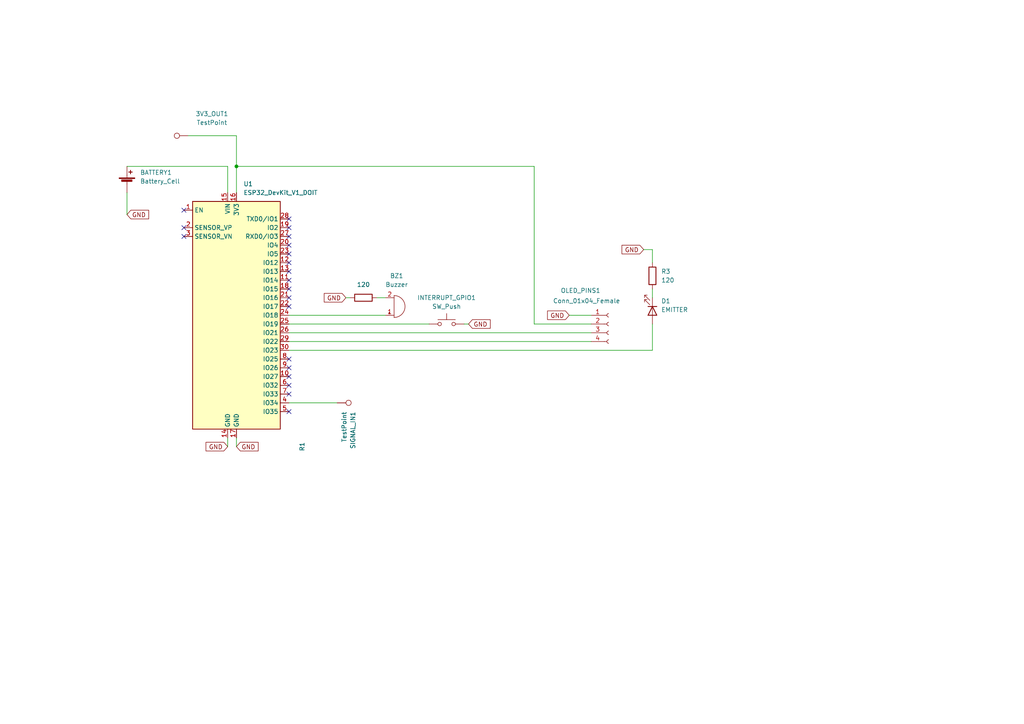
<source format=kicad_sch>
(kicad_sch (version 20211123) (generator eeschema)
  (paper "A4")
  (lib_symbols
    (symbol "Connector:Conn_01x04_Female" (pin_names (offset 1.016) hide)
      (property "Reference" "J" (at 0 5.08 0))
      (property "Value" "Conn_01x04_Female" (at 0 -7.62 0))
      (symbol "Conn_01x04_Female_1_1"
        (arc (start 0 -4.572) (mid -0.508 -5.08) (end 0 -5.588) (stroke (width 0.1524)))
        (arc (start 0 -2.032) (mid -0.508 -2.54) (end 0 -3.048) (stroke (width 0.1524)))
        (polyline (pts (xy -1.27 -5.08) (xy -0.508 -5.08)) (stroke (width 0.1524)))
        (polyline (pts (xy -1.27 -2.54) (xy -0.508 -2.54)) (stroke (width 0.1524)))
        (polyline (pts (xy -1.27 0) (xy -0.508 0)) (stroke (width 0.1524)))
        (polyline (pts (xy -1.27 2.54) (xy -0.508 2.54)) (stroke (width 0.1524)))
        (arc (start 0 0.508) (mid -0.508 0) (end 0 -0.508) (stroke (width 0.1524)))
        (arc (start 0 3.048) (mid -0.508 2.54) (end 0 2.032) (stroke (width 0.1524)))
        (pin passive line (at -5.08 2.54 0) (length 3.81) (name "Pin_1") (number "1"))
        (pin passive line (at -5.08 0 0) (length 3.81) (name "Pin_2") (number "2"))
        (pin passive line (at -5.08 -2.54 0) (length 3.81) (name "Pin_3") (number "3"))
        (pin passive line (at -5.08 -5.08 0) (length 3.81) (name "Pin_4") (number "4"))
      )
    )
    (symbol "Connector:TestPoint" (pin_numbers hide) (pin_names (offset 0.762) hide)
      (property "Reference" "TP" (at 0 6.858 0))
      (property "Value" "TestPoint" (at 0 5.08 0))
      (symbol "TestPoint_0_1"
        (circle (center 0 3.302) (radius 0.762))
      )
      (symbol "TestPoint_1_1"
        (pin passive line (at 0 0 90) (length 2.54) (name "1") (number "1"))
      )
    )
    (symbol "Device:Battery_Cell" (pin_numbers hide) (pin_names (offset 0) hide)
      (property "Reference" "BT" (at 2.54 2.54 0))
      (property "Value" "Battery_Cell" (at 2.54 0 0))
      (symbol "Battery_Cell_0_1"
        (rectangle (start -2.286 1.778) (end 2.286 1.524) (fill (type outline)))
        (rectangle (start -1.5748 1.1938) (end 1.4732 0.6858) (fill (type outline)))
        (polyline (pts (xy 0 0.762) (xy 0 0)))
        (polyline (pts (xy 0 1.778) (xy 0 2.54)))
        (polyline (pts (xy 0.508 3.429) (xy 1.524 3.429)) (stroke (width 0.254)))
        (polyline (pts (xy 1.016 3.937) (xy 1.016 2.921)) (stroke (width 0.254)))
      )
      (symbol "Battery_Cell_1_1"
        (pin passive line (at 0 5.08 270) (length 2.54) (name "+") (number "1"))
        (pin passive line (at 0 -2.54 90) (length 2.54) (name "-") (number "2"))
      )
    )
    (symbol "Device:Buzzer" (pin_names (offset 0.0254) hide)
      (property "Reference" "BZ" (at 3.81 1.27 0))
      (property "Value" "Buzzer" (at 3.81 -1.27 0))
      (symbol "Buzzer_0_1"
        (arc (start 0 -3.175) (mid 3.175 0) (end 0 3.175))
        (polyline (pts (xy -1.651 1.905) (xy -1.143 1.905)))
        (polyline (pts (xy -1.397 2.159) (xy -1.397 1.651)))
        (polyline (pts (xy 0 3.175) (xy 0 -3.175)))
      )
      (symbol "Buzzer_1_1"
        (pin passive line (at -2.54 2.54 0) (length 2.54) (name "-") (number "1"))
        (pin passive line (at -2.54 -2.54 0) (length 2.54) (name "+") (number "2"))
      )
    )
    (symbol "Device:LED" (pin_numbers hide) (pin_names (offset 1.016) hide)
      (property "Reference" "D" (at 0 2.54 0))
      (property "Value" "LED" (at 0 -2.54 0))
      (symbol "LED_0_1"
        (polyline (pts (xy -1.27 -1.27) (xy -1.27 1.27)) (stroke (width 0.254)))
        (polyline (pts (xy -1.27 0) (xy 1.27 0)))
        (polyline (pts (xy 1.27 -1.27) (xy 1.27 1.27) (xy -1.27 0) (xy 1.27 -1.27)) (stroke (width 0.254)))
        (polyline (pts (xy -3.048 -0.762) (xy -4.572 -2.286) (xy -3.81 -2.286) (xy -4.572 -2.286) (xy -4.572 -1.524)))
        (polyline (pts (xy -1.778 -0.762) (xy -3.302 -2.286) (xy -2.54 -2.286) (xy -3.302 -2.286) (xy -3.302 -1.524)))
      )
      (symbol "LED_1_1"
        (pin passive line (at -3.81 0 0) (length 2.54) (name "K") (number "1"))
        (pin passive line (at 3.81 0 180) (length 2.54) (name "A") (number "2"))
      )
    )
    (symbol "Device:R" (pin_numbers hide) (pin_names (offset 0))
      (property "Reference" "R" (at 2.032 0 90))
      (property "Value" "R" (at 0 0 90))
      (symbol "R_0_1"
        (rectangle (start -1.016 -2.54) (end 1.016 2.54) (stroke (width 0.254)))
      )
      (symbol "R_1_1"
        (pin passive line (at 0 3.81 270) (length 1.27) (name "~") (number "1"))
        (pin passive line (at 0 -3.81 90) (length 1.27) (name "~") (number "2"))
      )
    )
    (symbol "Switch:SW_Push" (pin_numbers hide) (pin_names (offset 1.016) hide)
      (property "Reference" "SW" (at 1.27 2.54 0))
      (property "Value" "SW_Push" (at 0 -1.524 0))
      (symbol "SW_Push_0_1"
        (circle (center -2.032 0) (radius 0.508))
        (polyline (pts (xy 0 1.27) (xy 0 3.048)))
        (polyline (pts (xy 2.54 1.27) (xy -2.54 1.27)))
        (circle (center 2.032 0) (radius 0.508))
        (pin passive line (at -5.08 0 0) (length 2.54) (name "1") (number "1"))
        (pin passive line (at 5.08 0 180) (length 2.54) (name "2") (number "2"))
      )
    )
    (symbol "esp32_devkit_v1_doit:ESP32_DevKit_V1_DOIT"
      (property "Reference" "U" (at -11.43 34.29 0))
      (property "Value" "ESP32_DevKit_V1_DOIT" (at 11.43 34.29 0))
      (symbol "ESP32_DevKit_V1_DOIT_1_1"
        (rectangle (start -12.7 33.02) (end 12.7 -33.02) (stroke (width 0.254)) (fill (type background)))
        (pin input line (at -15.24 30.48 0) (length 2.54) (name "EN") (number "1"))
        (pin bidirectional line (at 15.24 -17.78 180) (length 2.54) (name "IO27") (number "10"))
        (pin bidirectional line (at 15.24 10.16 180) (length 2.54) (name "IO14") (number "11"))
        (pin bidirectional line (at 15.24 15.24 180) (length 2.54) (name "IO12") (number "12"))
        (pin bidirectional line (at 15.24 12.7 180) (length 2.54) (name "IO13") (number "13"))
        (pin power_in line (at -2.54 -35.56 90) (length 2.54) (name "GND") (number "14"))
        (pin power_in line (at -2.54 35.56 270) (length 2.54) (name "VIN") (number "15"))
        (pin power_in line (at 0 35.56 270) (length 2.54) (name "3V3") (number "16"))
        (pin power_in line (at 0 -35.56 90) (length 2.54) (name "GND") (number "17"))
        (pin bidirectional line (at 15.24 7.62 180) (length 2.54) (name "IO15") (number "18"))
        (pin bidirectional line (at 15.24 25.4 180) (length 2.54) (name "IO2") (number "19"))
        (pin input line (at -15.24 25.4 0) (length 2.54) (name "SENSOR_VP") (number "2"))
        (pin bidirectional line (at 15.24 20.32 180) (length 2.54) (name "IO4") (number "20"))
        (pin bidirectional line (at 15.24 5.08 180) (length 2.54) (name "IO16") (number "21"))
        (pin bidirectional line (at 15.24 2.54 180) (length 2.54) (name "IO17") (number "22"))
        (pin bidirectional line (at 15.24 17.78 180) (length 2.54) (name "IO5") (number "23"))
        (pin bidirectional line (at 15.24 0 180) (length 2.54) (name "IO18") (number "24"))
        (pin bidirectional line (at 15.24 -2.54 180) (length 2.54) (name "IO19") (number "25"))
        (pin bidirectional line (at 15.24 -5.08 180) (length 2.54) (name "IO21") (number "26"))
        (pin bidirectional line (at 15.24 22.86 180) (length 2.54) (name "RXD0/IO3") (number "27"))
        (pin bidirectional line (at 15.24 27.94 180) (length 2.54) (name "TXD0/IO1") (number "28"))
        (pin bidirectional line (at 15.24 -7.62 180) (length 2.54) (name "IO22") (number "29"))
        (pin input line (at -15.24 22.86 0) (length 2.54) (name "SENSOR_VN") (number "3"))
        (pin bidirectional line (at 15.24 -10.16 180) (length 2.54) (name "IO23") (number "30"))
        (pin input line (at 15.24 -25.4 180) (length 2.54) (name "IO34") (number "4"))
        (pin input line (at 15.24 -27.94 180) (length 2.54) (name "IO35") (number "5"))
        (pin bidirectional line (at 15.24 -20.32 180) (length 2.54) (name "IO32") (number "6"))
        (pin bidirectional line (at 15.24 -22.86 180) (length 2.54) (name "IO33") (number "7"))
        (pin bidirectional line (at 15.24 -12.7 180) (length 2.54) (name "IO25") (number "8"))
        (pin bidirectional line (at 15.24 -15.24 180) (length 2.54) (name "IO26") (number "9"))
      )
    )
  )
  (junction (at 68.58 48.26))
  (no_connect (at 83.82 106.68))
  (no_connect (at 83.82 81.28))
  (no_connect (at 83.82 71.12))
  (no_connect (at 83.82 78.74))
  (no_connect (at 53.34 66.04))
  (no_connect (at 53.34 68.58))
  (no_connect (at 53.34 60.96))
  (no_connect (at 83.82 76.2))
  (no_connect (at 83.82 73.66))
  (no_connect (at 83.82 68.58))
  (no_connect (at 83.82 63.5))
  (no_connect (at 83.82 109.22))
  (no_connect (at 83.82 111.76))
  (no_connect (at 83.82 119.38))
  (no_connect (at 83.82 88.9))
  (no_connect (at 83.82 83.82))
  (no_connect (at 83.82 66.04))
  (no_connect (at 83.82 104.14))
  (no_connect (at 83.82 114.3))
  (no_connect (at 83.82 86.36))
  (wire (pts (xy 83.82 101.6) (xy 189.23 101.6)))
  (wire (pts (xy 165.1 91.44) (xy 171.45 91.44)))
  (wire (pts (xy 100.33 86.36) (xy 101.6 86.36)))
  (wire (pts (xy 186.69 72.39) (xy 189.23 72.39)))
  (wire (pts (xy 171.45 93.98) (xy 154.94 93.98)))
  (wire (pts (xy 83.82 99.06) (xy 171.45 99.06)))
  (wire (pts (xy 36.83 55.88) (xy 36.83 62.23)))
  (wire (pts (xy 154.94 93.98) (xy 154.94 48.26)))
  (wire (pts (xy 36.83 48.26) (xy 66.04 48.26)))
  (wire (pts (xy 66.04 48.26) (xy 66.04 55.88)))
  (wire (pts (xy 83.82 91.44) (xy 111.76 91.44)))
  (wire (pts (xy 83.82 96.52) (xy 171.45 96.52)))
  (wire (pts (xy 68.58 39.37) (xy 68.58 48.26)))
  (wire (pts (xy 66.04 127) (xy 66.04 129.54)))
  (wire (pts (xy 109.22 86.36) (xy 111.76 86.36)))
  (wire (pts (xy 83.82 93.98) (xy 124.46 93.98)))
  (wire (pts (xy 189.23 76.2) (xy 189.23 72.39)))
  (wire (pts (xy 68.58 48.26) (xy 154.94 48.26)))
  (wire (pts (xy 189.23 93.98) (xy 189.23 101.6)))
  (wire (pts (xy 189.23 83.82) (xy 189.23 86.36)))
  (wire (pts (xy 54.61 39.37) (xy 68.58 39.37)))
  (wire (pts (xy 134.62 93.98) (xy 135.89 93.98)))
  (wire (pts (xy 68.58 48.26) (xy 68.58 55.88)))
  (wire (pts (xy 83.82 116.84) (xy 97.79 116.84)))
  (wire (pts (xy 68.58 127) (xy 68.58 129.54)))
  (global_label "GND" (shape input) (at 186.69 72.39 180) (property "Referencias entre hojas" "${INTERSHEET_REFS}" (effects hide)))
  (global_label "GND" (shape input) (at 68.58 129.54 0) (property "Referencias entre hojas" "${INTERSHEET_REFS}" (effects hide)))
  (global_label "GND" (shape input) (at 100.33 86.36 180) (property "Referencias entre hojas" "${INTERSHEET_REFS}" (effects hide)))
  (global_label "GND" (shape input) (at 66.04 129.54 180) (property "Referencias entre hojas" "${INTERSHEET_REFS}" (effects hide)))
  (global_label "GND" (shape input) (at 36.83 62.23 0) (property "Referencias entre hojas" "${INTERSHEET_REFS}" (effects hide)))
  (global_label "GND" (shape input) (at 165.1 91.44 180) (property "Referencias entre hojas" "${INTERSHEET_REFS}" (effects hide)))
  (global_label "GND" (shape input) (at 135.89 93.98 0) (property "Referencias entre hojas" "${INTERSHEET_REFS}" (effects hide)))
  (symbol (lib_id "Connector:Conn_01x04_Female") (at 176.53 93.98 0) (unit 1)
    (property "Reference" "OLED_PINS1" (at 162.5964 84.2789 0) (effects (justify left)))
    (property "Value" "Conn_01x04_Female" (at 160.376 87.2716 0) (effects (justify left)))
    (property "Footprint" "Connector_Wire:SolderWire-0.1sqmm_1x04_P3.6mm_D0.4mm_OD1mm" (effects hide))
  )
  (symbol (lib_id "Device:R") (at 105.41 86.36 270) (mirror x) (unit 1)
    (property "Reference" "R1" (at 87.63 129.54 0))
    (property "Value" "120" (at 105.41 82.55 90))
    (property "Footprint" "Resistor_THT:R_Axial_DIN0204_L3.6mm_D1.6mm_P7.62mm_Horizontal" (effects hide))
  )
  (symbol (lib_id "Connector:TestPoint") (at 54.61 39.37 90) (unit 1)
    (property "Reference" "3V3_OUT1" (at 61.468 33.02 90))
    (property "Value" "TestPoint" (at 61.468 35.56 90))
    (property "Footprint" "TestPoint:TestPoint_Keystone_5015_Micro-Minature" (effects hide))
  )
  (symbol (lib_id "Device:LED") (at 189.23 90.17 270) (unit 1)
    (property "Reference" "D1" (at 191.77 87.3124 90) (effects (justify left)))
    (property "Value" "EMITTER" (at 191.77 89.8524 90) (effects (justify left)))
    (property "Footprint" "LED_THT:LED_D3.0mm_Clear" (effects hide))
  )
  (symbol (lib_id "Device:R") (at 189.23 80.01 180) (unit 1)
    (property "Reference" "R3" (at 191.77 78.7399 0) (effects (justify right)))
    (property "Value" "120" (at 191.77 81.2799 0) (effects (justify right)))
    (property "Footprint" "Resistor_THT:R_Axial_DIN0204_L3.6mm_D1.6mm_P7.62mm_Horizontal" (effects hide))
  )
  (symbol (lib_id "Device:Battery_Cell") (at 36.83 53.34 0) (unit 1)
    (property "Reference" "BATTERY1" (at 40.64 50.0379 0) (effects (justify left)))
    (property "Value" "Battery_Cell" (at 40.64 52.5779 0) (effects (justify left)))
    (property "Footprint" "Connector_Wire:SolderWire-0.1sqmm_1x02_P3.6mm_D0.4mm_OD1mm" (effects hide))
  )
  (symbol (lib_id "Device:Buzzer") (at 114.3 88.9 0) (mirror x) (unit 1)
    (property "Reference" "BZ1" (at 115.062 80.01 0))
    (property "Value" "Buzzer" (at 115.062 82.55 0))
    (property "Footprint" "Buzzer_Beeper:MagneticBuzzer_Kingstate_KCG0601" (effects hide))
  )
  (symbol (lib_id "Connector:TestPoint") (at 97.79 116.84 270) (mirror x) (unit 1)
    (property "Reference" "SIGNAL_IN1" (at 102.3621 119.38 0) (effects (justify right)))
    (property "Value" "TestPoint" (at 99.8221 119.38 0) (effects (justify right)))
    (property "Footprint" "TestPoint:TestPoint_Keystone_5015_Micro-Minature" (effects hide))
  )
  (symbol (lib_id "Switch:SW_Push") (at 129.54 93.98 0) (unit 1)
    (property "Reference" "INTERRUPT_GPIO1" (at 129.54 86.36 0))
    (property "Value" "SW_Push" (at 129.54 88.9 0))
    (property "Footprint" "Connector_Wire:SolderWire-0.1sqmm_1x02_P3.6mm_D0.4mm_OD1mm" (effects hide))
  )
  (symbol (lib_id "esp32_devkit_v1_doit:ESP32_DevKit_V1_DOIT") (at 68.58 91.44 0) (unit 1)
    (property "Reference" "U1" (at 70.5994 53.34 0) (effects (justify left)))
    (property "Value" "ESP32_DevKit_V1_DOIT" (at 70.5994 55.88 0) (effects (justify left)))
    (property "Footprint" "esp32_devkit_v1_doit:esp32_devkit_v1_doit" (effects hide))
    (property "Datasheet" "https://aliexpress.com/item/32864722159.html" (effects hide))
  )
)
</source>
